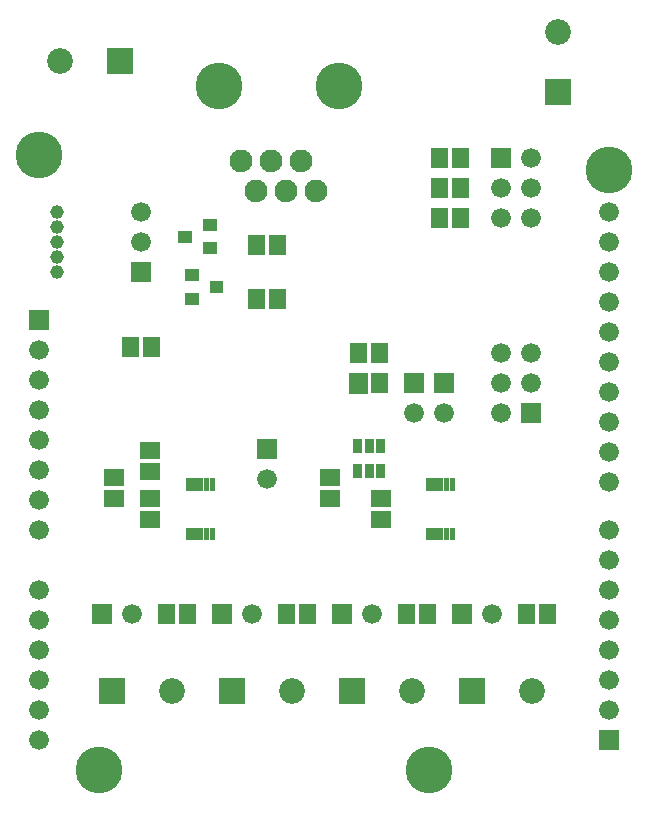
<source format=gbr>
G04 start of page 6 for group -4063 idx -4063 *
G04 Title: (unknown), componentmask *
G04 Creator: pcb 20110918 *
G04 CreationDate: Sat 02 Feb 2013 09:04:15 PM GMT UTC *
G04 For: petersen *
G04 Format: Gerber/RS-274X *
G04 PCB-Dimensions: 210000 270000 *
G04 PCB-Coordinate-Origin: lower left *
%MOIN*%
%FSLAX25Y25*%
%LNTOPMASK*%
%ADD63R,0.0300X0.0300*%
%ADD62R,0.0400X0.0400*%
%ADD61R,0.0622X0.0622*%
%ADD60R,0.0177X0.0177*%
%ADD59R,0.0572X0.0572*%
%ADD58C,0.0760*%
%ADD57C,0.0460*%
%ADD56C,0.0860*%
%ADD55C,0.0001*%
%ADD54C,0.0660*%
%ADD53C,0.1560*%
G54D53*X200000Y210000D03*
G54D54*Y70000D03*
Y80000D03*
Y90000D03*
Y106000D03*
Y116000D03*
Y126000D03*
Y136000D03*
Y146000D03*
Y156000D03*
Y166000D03*
Y186000D03*
Y196000D03*
G54D55*G36*
X160700Y217300D02*Y210700D01*
X167300D01*
Y217300D01*
X160700D01*
G37*
G54D54*X174000Y214000D03*
G54D55*G36*
X178700Y240300D02*Y231700D01*
X187300D01*
Y240300D01*
X178700D01*
G37*
G54D56*X183000Y256000D03*
G54D54*X164000Y204000D03*
X174000D03*
X164000Y194000D03*
X174000D03*
G54D53*X140000Y10000D03*
G54D55*G36*
X110200Y40800D02*Y32200D01*
X118800D01*
Y40800D01*
X110200D01*
G37*
G54D56*X134500Y36500D03*
G54D55*G36*
X196700Y23300D02*Y16700D01*
X203300D01*
Y23300D01*
X196700D01*
G37*
G54D54*X200000Y30000D03*
Y40000D03*
Y50000D03*
Y60000D03*
G54D55*G36*
X150200Y40800D02*Y32200D01*
X158800D01*
Y40800D01*
X150200D01*
G37*
G36*
X107700Y65300D02*Y58700D01*
X114300D01*
Y65300D01*
X107700D01*
G37*
G54D54*X121000Y62000D03*
G54D55*G36*
X147700Y65300D02*Y58700D01*
X154300D01*
Y65300D01*
X147700D01*
G37*
G54D54*X161000Y62000D03*
X200000Y176000D03*
G54D56*X174500Y36500D03*
G54D55*G36*
X170700Y132300D02*Y125700D01*
X177300D01*
Y132300D01*
X170700D01*
G37*
G54D54*X174000Y139000D03*
Y149000D03*
G54D55*G36*
X131700Y142300D02*Y135700D01*
X138300D01*
Y142300D01*
X131700D01*
G37*
G54D54*X135000Y129000D03*
G54D55*G36*
X141700Y142300D02*Y135700D01*
X148300D01*
Y142300D01*
X141700D01*
G37*
G54D54*X145000Y129000D03*
X164000D03*
Y139000D03*
Y149000D03*
G54D53*X30000Y10000D03*
G54D54*X10000Y60000D03*
G54D55*G36*
X67700Y65300D02*Y58700D01*
X74300D01*
Y65300D01*
X67700D01*
G37*
G54D54*X81000Y62000D03*
G54D55*G36*
X27700Y65300D02*Y58700D01*
X34300D01*
Y65300D01*
X27700D01*
G37*
G54D54*X41000Y62000D03*
X10000Y50000D03*
Y40000D03*
Y30000D03*
Y20000D03*
G54D55*G36*
X70200Y40800D02*Y32200D01*
X78800D01*
Y40800D01*
X70200D01*
G37*
G36*
X30200D02*Y32200D01*
X38800D01*
Y40800D01*
X30200D01*
G37*
G54D56*X54500Y36500D03*
X94500D03*
G54D53*X10000Y215000D03*
G54D57*X16000Y196000D03*
G54D54*X10000Y110000D03*
Y100000D03*
Y90000D03*
G54D55*G36*
X6700Y163300D02*Y156700D01*
X13300D01*
Y163300D01*
X6700D01*
G37*
G54D54*X10000Y150000D03*
Y140000D03*
Y130000D03*
Y120000D03*
G54D57*X16000Y191000D03*
G54D55*G36*
X32700Y250800D02*Y242200D01*
X41300D01*
Y250800D01*
X32700D01*
G37*
G54D56*X17000Y246500D03*
G54D57*X16000Y186000D03*
Y181000D03*
G54D54*X10000Y70000D03*
G54D57*X16000Y176000D03*
G54D55*G36*
X40700Y179300D02*Y172700D01*
X47300D01*
Y179300D01*
X40700D01*
G37*
G36*
X82700Y120300D02*Y113700D01*
X89300D01*
Y120300D01*
X82700D01*
G37*
G54D54*X86000Y107000D03*
G54D58*X102500Y203000D03*
X97500Y213000D03*
X92500Y203000D03*
X87500Y213000D03*
X82500Y203000D03*
X77500Y213000D03*
G54D53*X70000Y238000D03*
X110000D03*
G54D54*X44000Y186000D03*
Y196000D03*
G54D59*X46607Y116543D02*X47393D01*
X46607Y109457D02*X47393D01*
X34607Y100457D02*X35393D01*
X34607Y107543D02*X35393D01*
X46607Y100543D02*X47393D01*
X46607Y93457D02*X47393D01*
X40457Y151393D02*Y150607D01*
G54D60*X67940Y106395D02*Y104097D01*
X65970Y106395D02*Y104097D01*
X64000Y106395D02*Y104097D01*
X62030Y106395D02*Y104097D01*
X60060Y106395D02*Y104097D01*
G54D59*X143457Y194393D02*Y193607D01*
X150543Y194393D02*Y193607D01*
Y204393D02*Y203607D01*
X143457Y204393D02*Y203607D01*
X150543Y214393D02*Y213607D01*
X143457Y214393D02*Y213607D01*
X47543Y151393D02*Y150607D01*
X123543Y149393D02*Y148607D01*
X116457Y149393D02*Y148607D01*
X82457Y185393D02*Y184607D01*
Y167393D02*Y166607D01*
X123543Y139393D02*Y138607D01*
G54D61*X116457Y139393D02*Y138607D01*
G54D62*X66700Y184000D02*X67300D01*
X66700Y191800D02*X67300D01*
X58500Y187900D02*X59100D01*
X60700Y175000D02*X61300D01*
X60700Y167200D02*X61300D01*
X68900Y171100D02*X69500D01*
G54D59*X89543Y185393D02*Y184607D01*
Y167393D02*Y166607D01*
X92457Y62393D02*Y61607D01*
X99543Y62393D02*Y61607D01*
G54D60*X60060Y89903D02*Y87605D01*
X62030Y89903D02*Y87605D01*
X64000Y89903D02*Y87605D01*
X65970Y89903D02*Y87605D01*
X67940Y89903D02*Y87605D01*
G54D59*X52457Y62393D02*Y61607D01*
X59543Y62393D02*Y61607D01*
X172457Y62393D02*Y61607D01*
X179543Y62393D02*Y61607D01*
X132457Y62393D02*Y61607D01*
X139543Y62393D02*Y61607D01*
G54D60*X140060Y89903D02*Y87605D01*
X142030Y89903D02*Y87605D01*
X144000Y89903D02*Y87605D01*
X145970Y89903D02*Y87605D01*
X147940Y89903D02*Y87605D01*
Y106395D02*Y104097D01*
X145970Y106395D02*Y104097D01*
X144000Y106395D02*Y104097D01*
X142030Y106395D02*Y104097D01*
X140060Y106395D02*Y104097D01*
G54D63*X124000Y118800D02*Y117200D01*
X120100Y118800D02*Y117200D01*
X116200Y118800D02*Y117200D01*
Y110600D02*Y109000D01*
G54D59*X106607Y100457D02*X107393D01*
X106607Y107543D02*X107393D01*
G54D63*X120100Y110600D02*Y109000D01*
X124000Y110600D02*Y109000D01*
G54D59*X123607Y100543D02*X124393D01*
X123607Y93457D02*X124393D01*
M02*

</source>
